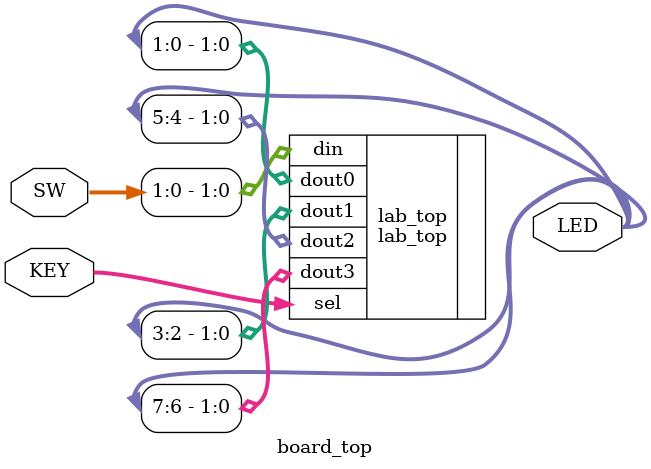
<source format=v>

module board_top
(
    input   [ 1:0]  KEY,
    input   [ 9:0]  SW,
    output  [ 9:0]  LED
);

    localparam DEMUX_MODE = "CASE";

    lab_top
    #(
        .MODE  ( DEMUX_MODE )
    )
    lab_top
    (
        .din   ( SW  [1:0] ),
        .sel   ( KEY [1:0] ),
        .dout0 ( LED[1:0] ),
        .dout1 ( LED[3:2] ),
        .dout2 ( LED[5:4] ),
        .dout3 ( LED[7:6] )
    );

endmodule

</source>
